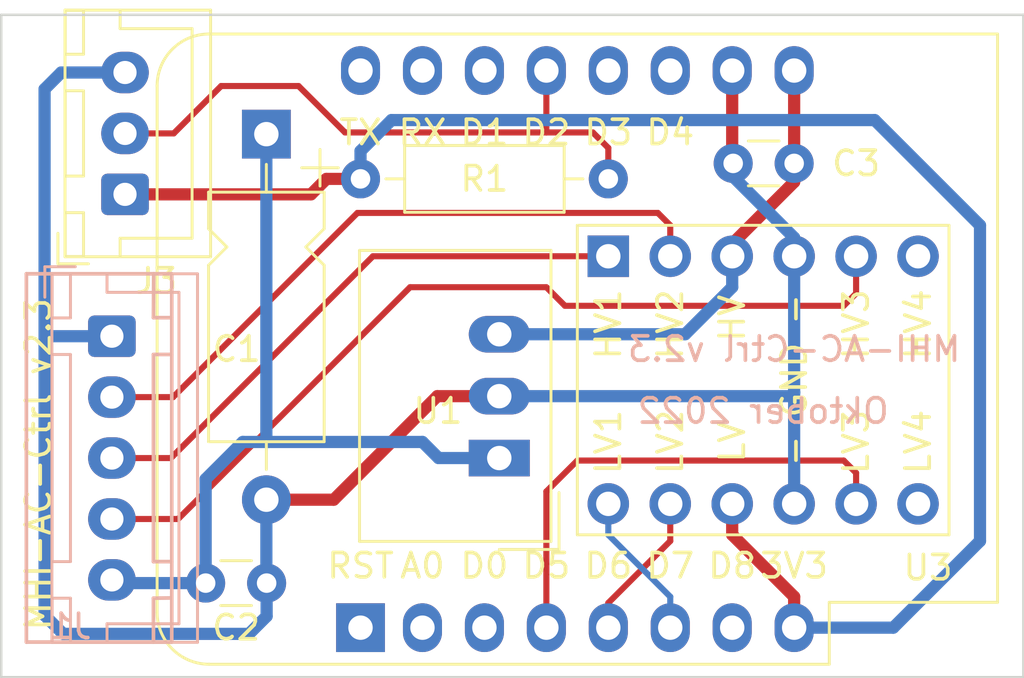
<source format=kicad_pcb>
(kicad_pcb (version 20211014) (generator pcbnew)
  (title_block (title "MHI-AC-Ctrl") (date "2022-10-24") (rev "v2.3"))
  (layers (0 "F.Cu" signal) (31 "B.Cu" signal) (34 "B.Paste" user) (35 "F.Paste" user) (36 "B.SilkS" user "B.Silkscreen") (37 "F.SilkS" user "F.Silkscreen") (38 "B.Mask" user) (39 "F.Mask" user) (44 "Edge.Cuts" user))
  (net 0 "")
  (net 1 "+12V")
  (net 2 "GND")
  (net 3 "+5V")
  (net 4 "MISO_5V")
  (net 5 "MOSI_5V")
  (net 6 "CLK_5V")
  (net 7 "+3V3")
  (net 8 "DS18x20")
  (net 12 "MOSI_3V3")
  (net 13 "MISO_3V3")
  (net 14 "CLK_3V3")
  (footprint "Converter_DCDC:Converter_DCDC_TRACO_TSR-1_THT" (layer "F.Cu") (at 99.6696 55.2704 90)
    (fp_text reference "U1" (at 1.9304 -2.5146 180) (layer "F.SilkS"))
    (fp_text value "TSR_1-2450" hide)
    (fp_line (start -3.42 -5.73) (end 8.52 -5.73) (layer "F.SilkS") (width 0.12))
    (fp_line (start -3.75 0) (end -3.75 2.45) (layer "F.SilkS") (width 0.12))
    (fp_line (start -3.75 2.45) (end -1.42 2.45) (layer "F.SilkS") (width 0.12))
    (fp_line (start 8.52 2.12) (end -3.42 2.12) (layer "F.SilkS") (width 0.12))
    (fp_line (start 8.52 -5.73) (end 8.52 2.12) (layer "F.SilkS") (width 0.12))
    (fp_line (start -3.42 2.12) (end -3.42 -5.73) (layer "F.SilkS") (width 0.12))
    (pad "1" thru_hole rect (at 0 0 90) (size 1.5 2.5) (drill 1) (layers *.Cu *.Mask) (net 1 "+12V"))
    (pad "2" thru_hole oval (at 2.54 0 90) (size 1.5 2.5) (drill 1) (layers *.Cu *.Mask) (net 2 "GND"))
    (pad "3" thru_hole oval (at 5.08 0 90) (size 1.5 2.5) (drill 1) (layers *.Cu *.Mask) (net 3 "+5V"))
  )
  (footprint "Package_SO:SOIC-14_3.9x8.7mm_P1.27mm" (layer "F.Cu") (at 110.49 52.07 90)
    (fp_text reference "U3" (at -7.7 6.76 180) (layer "F.SilkS"))
    (fp_text value "LEVEL-SHIFTER-4CH")
    (fp_text user "LV1" (at -2.54 -6.35 90 unlocked) (layer "F.SilkS"))
    (fp_text user "LV" (at -2.54 -1.27 90 unlocked) (layer "F.SilkS"))
    (fp_text user "LV4" (at -2.54 6.35 90 unlocked) (layer "F.SilkS"))
    (fp_text user "LV3" (at -2.54 3.81 90 unlocked) (layer "F.SilkS"))
    (fp_text user "HV2" (at 2.286 -3.81 90 unlocked) (layer "F.SilkS"))
    (fp_text user "- GND -" (at 0 1.27 90 unlocked) (layer "F.SilkS"))
    (fp_text user "HV3" (at 2.286 3.81 90 unlocked) (layer "F.SilkS"))
    (fp_text user "HV4" (at 2.286 6.35 90 unlocked) (layer "F.SilkS"))
    (fp_text user "HV1" (at 2.286 -6.35 90 unlocked) (layer "F.SilkS"))
    (fp_text user "LV2" (at -2.54 -3.81 90 unlocked) (layer "F.SilkS"))
    (fp_text user "HV" (at 2.54 -1.27 90 unlocked) (layer "F.SilkS"))
    (fp_line (start -6.35 7.62) (end 6.35 7.62) (layer "F.SilkS") (width 0.12))
    (fp_line (start -6.35 -7.62) (end -6.35 7.62) (layer "F.SilkS") (width 0.12))
    (fp_line (start -6.35 -7.62) (end 6.35 -7.62) (layer "F.SilkS") (width 0.12))
    (fp_line (start 6.35 -7.62) (end 6.35 7.62) (layer "F.SilkS") (width 0.12))
    (pad "1" thru_hole rect (at 5.08 -6.35 90) (size 1.7 1.7) (drill 1) (layers *.Cu *.Mask) (net 5 "MOSI_5V"))
    (pad "2" thru_hole oval (at 5.08 -3.81 90) (size 1.7 1.7) (drill 1) (layers *.Cu *.Mask) (net 4 "MISO_5V"))
    (pad "3" thru_hole oval (at 5.08 -1.27 90) (size 1.7 1.7) (drill 1) (layers *.Cu *.Mask) (net 3 "+5V"))
    (pad "4" thru_hole oval (at 5.08 1.27 90) (size 1.7 1.7) (drill 1) (layers *.Cu *.Mask) (net 2 "GND"))
    (pad "5" thru_hole oval (at 5.08 3.81 90) (size 1.7 1.7) (drill 1) (layers *.Cu *.Mask) (net 6 "CLK_5V"))
    (pad "6" thru_hole oval (at 5.08 6.35 90) (size 1.7 1.7) (drill 1) (layers *.Cu *.Mask))
    (pad "7" thru_hole circle (at -5.08 -6.35 90) (size 1.7 1.7) (drill 1) (layers *.Cu *.Mask) (net 12 "MOSI_3V3"))
    (pad "8" thru_hole oval (at -5.08 -3.81 90) (size 1.7 1.7) (drill 1) (layers *.Cu *.Mask) (net 13 "MISO_3V3"))
    (pad "9" thru_hole oval (at -5.08 -1.27 90) (size 1.7 1.7) (drill 1) (layers *.Cu *.Mask) (net 7 "+3V3"))
    (pad "10" thru_hole oval (at -5.08 1.27 90) (size 1.7 1.7) (drill 1) (layers *.Cu *.Mask) (net 2 "GND"))
    (pad "11" thru_hole oval (at -5.08 3.81 90) (size 1.7 1.7) (drill 1) (layers *.Cu *.Mask) (net 14 "CLK_3V3"))
    (pad "12" thru_hole oval (at -5.08 6.35 90) (size 1.7 1.7) (drill 1) (layers *.Cu *.Mask))
  )
  (footprint "Connector_JST:JST_XH_B3B-XH-A_1x03_P2.50mm_Vertical" (layer "F.Cu") (at 84.3236 44.45 90)
    (fp_text reference "J3" (at -3.556 1.2744) (layer "F.SilkS"))
    (fp_text value "Conn_01x03")
    (fp_line (start 7.56 3.51) (end 7.56 -2.46) (layer "F.SilkS") (width 0.12))
    (fp_line (start -1.8 2.75) (end 2.5 2.75) (layer "F.SilkS") (width 0.12))
    (fp_line (start 0.75 -2.45) (end 0.75 -1.7) (layer "F.SilkS") (width 0.12))
    (fp_line (start 5.75 -2.45) (end 5.75 -1.7) (layer "F.SilkS") (width 0.12))
    (fp_line (start 4.25 -2.45) (end 0.75 -2.45) (layer "F.SilkS") (width 0.12))
    (fp_line (start 6.8 -0.2) (end 6.8 2.75) (layer "F.SilkS") (width 0.12))
    (fp_line (start 4.25 -1.7) (end 4.25 -2.45) (layer "F.SilkS") (width 0.12))
    (fp_line (start 0.75 -1.7) (end 4.25 -1.7) (layer "F.SilkS") (width 0.12))
    (fp_line (start 6.8 2.75) (end 2.5 2.75) (layer "F.SilkS") (width 0.12))
    (fp_line (start -1.8 -0.2) (end -1.8 2.75) (layer "F.SilkS") (width 0.12))
    (fp_line (start -2.55 -1.7) (end -0.75 -1.7) (layer "F.SilkS") (width 0.12))
    (fp_line (start 7.55 -2.45) (end 5.75 -2.45) (layer "F.SilkS") (width 0.12))
    (fp_line (start 7.56 -2.46) (end -2.56 -2.46) (layer "F.SilkS") (width 0.12))
    (fp_line (start -2.55 -0.2) (end -1.8 -0.2) (layer "F.SilkS") (width 0.12))
    (fp_line (start -0.75 -2.45) (end -2.55 -2.45) (layer "F.SilkS") (width 0.12))
    (fp_line (start -2.56 3.51) (end 7.56 3.51) (layer "F.SilkS") (width 0.12))
    (fp_line (start 7.55 -0.2) (end 6.8 -0.2) (layer "F.SilkS") (width 0.12))
    (fp_line (start -2.56 -2.46) (end -2.56 3.51) (layer "F.SilkS") (width 0.12))
    (fp_line (start 7.55 -1.7) (end 7.55 -2.45) (layer "F.SilkS") (width 0.12))
    (fp_line (start -1.6 -2.75) (end -2.85 -2.75) (layer "F.SilkS") (width 0.12))
    (fp_line (start -2.55 -2.45) (end -2.55 -1.7) (layer "F.SilkS") (width 0.12))
    (fp_line (start 5.75 -1.7) (end 7.55 -1.7) (layer "F.SilkS") (width 0.12))
    (fp_line (start -2.85 -2.75) (end -2.85 -1.5) (layer "F.SilkS") (width 0.12))
    (fp_line (start -0.75 -1.7) (end -0.75 -2.45) (layer "F.SilkS") (width 0.12))
    (pad "1" thru_hole roundrect (at 0 0 90) (size 1.7 1.95) (drill 0.95) (layers *.Cu *.Mask) (roundrect_rratio 0.1470588235) (net 7 "+3V3"))
    (pad "2" thru_hole oval (at 2.5 0 90) (size 1.7 1.95) (drill 0.95) (layers *.Cu *.Mask) (net 8 "DS18x20"))
    (pad "3" thru_hole oval (at 5 0 90) (size 1.7 1.95) (drill 0.95) (layers *.Cu *.Mask) (net 2 "GND"))
  )
  (footprint "Module:WEMOS_D1_mini_light" (layer "F.Cu") (at 93.98 62.23 90)
    (fp_text reference "U2" hide)
    (fp_text value "WeMos_D1_mini")
    (fp_text user "D5" (at 2.54 7.62 unlocked) (layer "F.SilkS"))
    (fp_text user "3V3" (at 2.54 17.78 unlocked) (layer "F.SilkS"))
    (fp_text user "RST" (at 2.54 0 unlocked) (layer "F.SilkS"))
    (fp_text user "D7" (at 2.54 12.7 unlocked) (layer "F.SilkS"))
    (fp_text user "D1" (at 20.32 5.08 unlocked) (layer "F.SilkS"))
    (fp_text user "D0" (at 2.54 5.08 unlocked) (layer "F.SilkS"))
    (fp_text user "TX" (at 20.32 0 unlocked) (layer "F.SilkS"))
    (fp_text user "D3" (at 20.32 10.16 unlocked) (layer "F.SilkS"))
    (fp_text user "D8" (at 2.54 15.24 unlocked) (layer "F.SilkS"))
    (fp_text user "RX" (at 20.32 2.54 unlocked) (layer "F.SilkS"))
    (fp_text user "A0" (at 2.54 2.54 unlocked) (layer "F.SilkS"))
    (fp_text user "D2" (at 20.32 7.62 unlocked) (layer "F.SilkS"))
    (fp_text user "D6" (at 2.54 10.16 unlocked) (layer "F.SilkS"))
    (fp_text user "D4" (at 20.32 12.7 unlocked) (layer "F.SilkS"))
    (fp_line (start 24.36 26.12) (end 24.36 -6.21) (layer "F.SilkS") (width 0.12))
    (fp_line (start 22.24 -8.34) (end 0.63 -8.34) (layer "F.SilkS") (width 0.12))
    (fp_line (start 1.04 26.12) (end 24.36 26.12) (layer "F.SilkS") (width 0.12))
    (fp_line (start -1.5 19.22) (end -1.5 -6.21) (layer "F.SilkS") (width 0.12))
    (fp_line (start 1.04 19.22) (end 1.04 26.12) (layer "F.SilkS") (width 0.12))
    (fp_line (start -1.5 19.22) (end 1.04 19.22) (layer "F.SilkS") (width 0.12))
    (fp_arc (start -1.5 -6.21) (mid -0.876137 -7.716137) (end 0.63 -8.34) (layer "F.SilkS") (width 0.12))
    (fp_arc (start 22.23 -8.34) (mid 23.736137 -7.716137) (end 24.36 -6.21) (layer "F.SilkS") (width 0.12))
    (pad "1" thru_hole rect (at 0 0 90) (size 2 2) (drill 1) (layers *.Cu *.Mask))
    (pad "2" thru_hole oval (at 0 2.54 90) (size 2 1.6) (drill 1) (layers *.Cu *.Mask))
    (pad "3" thru_hole oval (at 0 5.08 90) (size 2 1.6) (drill 1) (layers *.Cu *.Mask))
    (pad "4" thru_hole oval (at 0 7.62 90) (size 2 1.6) (drill 1) (layers *.Cu *.Mask) (net 14 "CLK_3V3"))
    (pad "5" thru_hole oval (at 0 10.16 90) (size 2 1.6) (drill 1) (layers *.Cu *.Mask) (net 13 "MISO_3V3"))
    (pad "6" thru_hole oval (at 0 12.7 90) (size 2 1.6) (drill 1) (layers *.Cu *.Mask) (net 12 "MOSI_3V3"))
    (pad "7" thru_hole oval (at 0 15.24 90) (size 2 1.6) (drill 1) (layers *.Cu *.Mask))
    (pad "8" thru_hole oval (at 0 17.78 90) (size 2 1.6) (drill 1) (layers *.Cu *.Mask) (net 7 "+3V3"))
    (pad "9" thru_hole oval (at 22.86 17.78 90) (size 2 1.6) (drill 1) (layers *.Cu *.Mask) (net 3 "+5V"))
    (pad "10" thru_hole oval (at 22.86 15.24 90) (size 2 1.6) (drill 1) (layers *.Cu *.Mask) (net 2 "GND"))
    (pad "11" thru_hole oval (at 22.86 12.7 90) (size 2 1.6) (drill 1) (layers *.Cu *.Mask))
    (pad "12" thru_hole oval (at 22.86 10.16 90) (size 2 1.6) (drill 1) (layers *.Cu *.Mask))
    (pad "13" thru_hole oval (at 22.86 7.62 90) (size 2 1.6) (drill 1) (layers *.Cu *.Mask) (net 8 "DS18x20"))
    (pad "14" thru_hole oval (at 22.86 5.08 90) (size 2 1.6) (drill 1) (layers *.Cu *.Mask))
    (pad "15" thru_hole oval (at 22.86 2.54 90) (size 2 1.6) (drill 1) (layers *.Cu *.Mask))
    (pad "16" thru_hole oval (at 22.86 0 90) (size 2 1.6) (drill 1) (layers *.Cu *.Mask))
  )
  (footprint "Capacitor_THT:C_Disc_D3.0mm_W1.6mm_P2.50mm" (layer "F.Cu") (at 111.76 43.18 180)
    (fp_text reference "C3" (at -2.54 0) (layer "F.SilkS"))
    (fp_text value "100nF" hide)
    (fp_line (start 0.621 -0.92) (end 1.879 -0.92) (layer "F.SilkS") (width 0.12))
    (fp_line (start 0.621 0.92) (end 1.879 0.92) (layer "F.SilkS") (width 0.12))
    (pad "1" thru_hole circle (at 0 0 180) (size 1.6 1.6) (drill 0.8) (layers *.Cu *.Mask) (net 3 "+5V"))
    (pad "2" thru_hole circle (at 2.5 0 180) (size 1.6 1.6) (drill 0.8) (layers *.Cu *.Mask) (net 2 "GND"))
  )
  (footprint "Resistor_THT:R_Axial_DIN0207_L6.3mm_D2.5mm_P10.16mm_Horizontal" (layer "F.Cu") (at 93.98 43.815)
    (fp_text reference "R1" (at 5.08 0) (layer "F.SilkS"))
    (fp_text value "4k7")
    (fp_line (start 1.81 -1.37) (end 1.81 1.37) (layer "F.SilkS") (width 0.12))
    (fp_line (start 8.35 -1.37) (end 1.81 -1.37) (layer "F.SilkS") (width 0.12))
    (fp_line (start 1.81 1.37) (end 8.35 1.37) (layer "F.SilkS") (width 0.12))
    (fp_line (start 9.12 0) (end 8.35 0) (layer "F.SilkS") (width 0.12))
    (fp_line (start 1.04 0) (end 1.81 0) (layer "F.SilkS") (width 0.12))
    (fp_line (start 8.35 1.37) (end 8.35 -1.37) (layer "F.SilkS") (width 0.12))
    (pad "1" thru_hole circle (at 0 0) (size 1.6 1.6) (drill 0.8) (layers *.Cu *.Mask) (net 7 "+3V3"))
    (pad "2" thru_hole oval (at 10.16 0) (size 1.6 1.6) (drill 0.8) (layers *.Cu *.Mask) (net 8 "DS18x20"))
  )
  (footprint "Capacitor_THT:CP_Axial_L10.0mm_D4.5mm_P15.00mm_Horizontal" (layer "F.Cu") (at 90.1192 41.9792 -90)
    (fp_text reference "C1" (at 8.8208 1.2192) (layer "F.SilkS"))
    (fp_text value "22μF/25V")
    (fp_line (start 1.38 -2.95) (end 1.38 -1.45) (layer "F.SilkS") (width 0.12))
    (fp_line (start 13.76 0) (end 12.62 0) (layer "F.SilkS") (width 0.12))
    (fp_line (start 3.88 2.37) (end 4.63 1.62) (layer "F.SilkS") (width 0.12))
    (fp_line (start 0.63 -2.2) (end 2.13 -2.2) (layer "F.SilkS") (width 0.12))
    (fp_line (start 12.62 -2.37) (end 12.62 2.37) (layer "F.SilkS") (width 0.12))
    (fp_line (start 4.63 -1.62) (end 5.38 -2.37) (layer "F.SilkS") (width 0.12))
    (fp_line (start 5.38 2.37) (end 12.62 2.37) (layer "F.SilkS") (width 0.12))
    (fp_line (start 3.88 -2.37) (end 4.63 -1.62) (layer "F.SilkS") (width 0.12))
    (fp_line (start 4.63 1.62) (end 5.38 2.37) (layer "F.SilkS") (width 0.12))
    (fp_line (start 5.38 -2.37) (end 12.62 -2.37) (layer "F.SilkS") (width 0.12))
    (fp_line (start 2.38 -2.37) (end 2.38 2.37) (layer "F.SilkS") (width 0.12))
    (fp_line (start 1.24 0) (end 2.38 0) (layer "F.SilkS") (width 0.12))
    (fp_line (start 2.38 2.37) (end 3.88 2.37) (layer "F.SilkS") (width 0.12))
    (fp_line (start 2.38 -2.37) (end 3.88 -2.37) (layer "F.SilkS") (width 0.12))
    (pad "1" thru_hole rect (at 0 0 270) (size 2 2) (drill 1) (layers *.Cu *.Mask) (net 1 "+12V"))
    (pad "2" thru_hole oval (at 15 0 270) (size 2 2) (drill 1) (layers *.Cu *.Mask) (net 2 "GND"))
  )
  (footprint "Capacitor_THT:C_Disc_D3.0mm_W1.6mm_P2.50mm" (layer "F.Cu") (at 87.63 60.4012)
    (fp_text reference "C2" (at 1.25 1.8288) (layer "F.SilkS"))
    (fp_text value "100nF" hide)
    (fp_line (start 0.621 -0.92) (end 1.879 -0.92) (layer "F.SilkS") (width 0.12))
    (fp_line (start 0.621 0.92) (end 1.879 0.92) (layer "F.SilkS") (width 0.12))
    (pad "1" thru_hole circle (at 0 0) (size 1.6 1.6) (drill 0.8) (layers *.Cu *.Mask) (net 1 "+12V"))
    (pad "2" thru_hole circle (at 2.5 0) (size 1.6 1.6) (drill 0.8) (layers *.Cu *.Mask) (net 2 "GND"))
  )
  (footprint "Connector_JST:JST_XH_B5B-XH-A_1x05_P2.50mm_Vertical" (layer "B.Cu") (at 83.7862 50.2704 -90)
    (fp_text reference "J1" (at 11.9088 1.7) (layer "B.SilkS") (effects (justify mirror)))
    (fp_text value "Conn_01x05")
    (fp_line (start -2.55 1.7) (end -0.75 1.7) (layer "B.SilkS") (width 0.12))
    (fp_line (start 12.55 2.45) (end 10.75 2.45) (layer "B.SilkS") (width 0.12))
    (fp_line (start -2.56 2.46) (end -2.56 -3.51) (layer "B.SilkS") (width 0.12))
    (fp_line (start -2.85 2.75) (end -2.85 1.5) (layer "B.SilkS") (width 0.12))
    (fp_line (start -1.8 -2.75) (end 5 -2.75) (layer "B.SilkS") (width 0.12))
    (fp_line (start 10.75 1.7) (end 12.55 1.7) (layer "B.SilkS") (width 0.12))
    (fp_line (start 0.75 1.7) (end 9.25 1.7) (layer "B.SilkS") (width 0.12))
    (fp_line (start 11.8 0.2) (end 11.8 -2.75) (layer "B.SilkS") (width 0.12))
    (fp_line (start -1.6 2.75) (end -2.85 2.75) (layer "B.SilkS") (width 0.12))
    (fp_line (start -0.75 2.45) (end -2.55 2.45) (layer "B.SilkS") (width 0.12))
    (fp_line (start -2.55 0.2) (end -1.8 0.2) (layer "B.SilkS") (width 0.12))
    (fp_line (start -2.56 -3.51) (end 12.56 -3.51) (layer "B.SilkS") (width 0.12))
    (fp_line (start 12.56 2.46) (end -2.56 2.46) (layer "B.SilkS") (width 0.12))
    (fp_line (start -0.75 1.7) (end -0.75 2.45) (layer "B.SilkS") (width 0.12))
    (fp_line (start 10.75 2.45) (end 10.75 1.7) (layer "B.SilkS") (width 0.12))
    (fp_line (start 11.8 -2.75) (end 5 -2.75) (layer "B.SilkS") (width 0.12))
    (fp_line (start 9.25 2.45) (end 0.75 2.45) (layer "B.SilkS") (width 0.12))
    (fp_line (start 12.55 0.2) (end 11.8 0.2) (layer "B.SilkS") (width 0.12))
    (fp_line (start -2.55 2.45) (end -2.55 1.7) (layer "B.SilkS") (width 0.12))
    (fp_line (start 0.75 2.45) (end 0.75 1.7) (layer "B.SilkS") (width 0.12))
    (fp_line (start -1.8 0.2) (end -1.8 -2.75) (layer "B.SilkS") (width 0.12))
    (fp_line (start 12.56 -3.51) (end 12.56 2.46) (layer "B.SilkS") (width 0.12))
    (fp_line (start 12.55 1.7) (end 12.55 2.45) (layer "B.SilkS") (width 0.12))
    (fp_line (start 9.25 1.7) (end 9.25 2.45) (layer "B.SilkS") (width 0.12))
    (pad "1" thru_hole roundrect (at 0 0 270) (size 1.7 1.95) (drill 0.95) (layers *.Cu *.Mask) (roundrect_rratio 0.1470588235) (net 2 "GND"))
    (pad "2" thru_hole oval (at 2.5 0 270) (size 1.7 1.95) (drill 0.95) (layers *.Cu *.Mask) (net 4 "MISO_5V"))
    (pad "3" thru_hole oval (at 5 0 270) (size 1.7 1.95) (drill 0.95) (layers *.Cu *.Mask) (net 5 "MOSI_5V"))
    (pad "4" thru_hole oval (at 7.5 0 270) (size 1.7 1.95) (drill 0.95) (layers *.Cu *.Mask) (net 6 "CLK_5V"))
    (pad "5" thru_hole oval (at 10 0 270) (size 1.7 1.95) (drill 0.95) (layers *.Cu *.Mask) (net 1 "+12V"))
  )
  (gr_line (start 80.28 47.71) (end 86.24 47.71) (layer "B.SilkS") (width 0.15))
  (gr_line (start 80.28 62.82) (end 80.28 47.71) (layer "B.SilkS") (width 0.15))
  (gr_line (start 85.49 61.02) (end 86.23 61.01) (layer "B.SilkS") (width 0.15))
  (gr_line (start 86.24 62.82) (end 80.28 62.82) (layer "B.SilkS") (width 0.15))
  (gr_line (start 85.49 51.02) (end 85.49 59.52) (layer "B.SilkS") (width 0.15))
  (gr_line (start 86.24 47.71) (end 86.24 62.82) (layer "B.SilkS") (width 0.15))
  (gr_line (start 85.49 51.02) (end 86.24 51.02) (layer "B.SilkS") (width 0.15))
  (gr_line (start 85.49 59.52) (end 86.24 59.52) (layer "B.SilkS") (width 0.15))
  (gr_line (start 85.49 61.02) (end 85.49 62.82) (layer "B.SilkS") (width 0.15))
  (gr_line (start 85.49 49.51) (end 86.24 49.51) (layer "B.SilkS") (width 0.15))
  (gr_line (start 85.49 49.51) (end 85.5 47.71) (layer "B.SilkS") (width 0.15))
  (gr_line (start 121.158 64.262) (end 79.248 64.262) (layer "Edge.Cuts") (width 0.1))
  (gr_line (start 79.248 37.084) (end 121.158 37.084) (layer "Edge.Cuts") (width 0.1))
  (gr_line (start 79.248 64.262) (end 79.248 37.084) (layer "Edge.Cuts") (width 0.1))
  (gr_line (start 121.158 37.084) (end 121.158 64.262) (layer "Edge.Cuts") (width 0.1))
  (gr_text "MHI-AC-Ctrl v2.3" (at 111.76 50.8) (layer "B.SilkS") (effects (font (size 1 1)) (justify mirror)))
  (gr_text "Oktober 2022" (at 110.49 53.34) (layer "B.SilkS") (effects (font (size 1 1)) (justify mirror)))
  (gr_text "MHI-AC-Ctrl v2.3" (at 80.772 55.5244 90) (layer "F.SilkS") (effects (font (size 1 1))))
  (segment (start 87.63 60.4012) (end 83.917 60.4012) (width 0.5) (layer "B.Cu") (net 1))
  (segment (start 99.6696 55.2704) (end 97.1804 55.2704) (width 0.5) (layer "B.Cu") (net 1))
  (segment (start 90.1192 54.5592) (end 90.17 54.61) (width 0.5) (layer "B.Cu") (net 1))
  (segment (start 96.52 54.61) (end 90.17 54.61) (width 0.5) (layer "B.Cu") (net 1))
  (segment (start 90.1192 41.9792) (end 90.1192 54.5592) (width 0.5) (layer "B.Cu") (net 1))
  (segment (start 89.154 54.61) (end 87.63 56.134) (width 0.5) (layer "B.Cu") (net 1))
  (segment (start 83.917 60.4012) (end 83.7862 60.2704) (width 0.5) (layer "B.Cu") (net 1))
  (segment (start 97.1804 55.2704) (end 96.52 54.61) (width 0.5) (layer "B.Cu") (net 1))
  (segment (start 90.17 54.61) (end 89.154 54.61) (width 0.5) (layer "B.Cu") (net 1))
  (segment (start 87.63 56.134) (end 87.63 60.4012) (width 0.5) (layer "B.Cu") (net 1))
  (segment (start 109.22 39.37) (end 109.22 43.14) (width 0.5) (layer "F.Cu") (net 2))
  (segment (start 90.1192 56.9792) (end 92.8808 56.9792) (width 0.5) (layer "F.Cu") (net 2))
  (segment (start 92.8808 56.9792) (end 97.1296 52.7304) (width 0.5) (layer "F.Cu") (net 2))
  (segment (start 109.22 43.14) (end 109.26 43.18) (width 0.5) (layer "F.Cu") (net 2))
  (segment (start 97.1296 52.7304) (end 99.6696 52.7304) (width 0.5) (layer "F.Cu") (net 2))
  (segment (start 111.76 46.99) (end 111.76 46.228) (width 0.5) (layer "B.Cu") (net 2))
  (segment (start 99.6696 52.7304) (end 111.6076 52.7304) (width 0.5) (layer "B.Cu") (net 2))
  (segment (start 111.6076 52.7304) (end 111.76 52.578) (width 0.5) (layer "B.Cu") (net 2))
  (segment (start 83.7862 50.2704) (end 81.0476 50.2704) (width 0.5) (layer "B.Cu") (net 2))
  (segment (start 111.76 46.228) (end 109.26 43.728) (width 0.5) (layer "B.Cu") (net 2))
  (segment (start 109.26 43.728) (end 109.26 43.18) (width 0.5) (layer "B.Cu") (net 2))
  (segment (start 81.026 40.132) (end 81.026 50.292) (width 0.5) (layer "B.Cu") (net 2))
  (segment (start 90.13 61.762) (end 90.13 60.4012) (width 0.5) (layer "B.Cu") (net 2))
  (segment (start 81.708 39.45) (end 81.026 40.132) (width 0.5) (layer "B.Cu") (net 2))
  (segment (start 81.788 62.484) (end 89.408 62.484) (width 0.5) (layer "B.Cu") (net 2))
  (segment (start 81.026 50.292) (end 81.026 61.722) (width 0.5) (layer "B.Cu") (net 2))
  (segment (start 81.0476 50.2704) (end 81.026 50.292) (width 0.5) (layer "B.Cu") (net 2))
  (segment (start 111.76 46.99) (end 111.76 52.578) (width 0.5) (layer "B.Cu") (net 2))
  (segment (start 89.408 62.484) (end 90.13 61.762) (width 0.5) (layer "B.Cu") (net 2))
  (segment (start 90.1192 56.9792) (end 90.1192 60.3904) (width 0.5) (layer "B.Cu") (net 2))
  (segment (start 111.76 52.578) (end 111.76 57.15) (width 0.5) (layer "B.Cu") (net 2))
  (segment (start 90.1192 60.3904) (end 90.13 60.4012) (width 0.5) (layer "B.Cu") (net 2))
  (segment (start 84.3236 39.45) (end 81.708 39.45) (width 0.5) (layer "B.Cu") (net 2))
  (segment (start 81.026 61.722) (end 81.788 62.484) (width 0.5) (layer "B.Cu") (net 2))
  (segment (start 109.22 46.482) (end 109.22 46.99) (width 0.5) (layer "F.Cu") (net 3))
  (segment (start 111.76 43.942) (end 109.22 46.482) (width 0.5) (layer "F.Cu") (net 3))
  (segment (start 111.76 43.18) (end 111.76 43.942) (width 0.5) (layer "F.Cu") (net 3))
  (segment (start 111.76 39.37) (end 111.76 43.18) (width 0.5) (layer "F.Cu") (net 3))
  (segment (start 109.22 48.26) (end 109.22 46.99) (width 0.5) (layer "B.Cu") (net 3))
  (segment (start 99.6696 50.1904) (end 107.2896 50.1904) (width 0.5) (layer "B.Cu") (net 3))
  (segment (start 107.2896 50.1904) (end 109.22 48.26) (width 0.5) (layer "B.Cu") (net 3))
  (segment (start 93.853 45.212) (end 106.172 45.212) (width 0.25) (layer "F.Cu") (net 4))
  (segment (start 106.172 45.212) (end 106.68 45.72) (width 0.25) (layer "F.Cu") (net 4))
  (segment (start 86.2946 52.7704) (end 93.853 45.212) (width 0.25) (layer "F.Cu") (net 4))
  (segment (start 106.68 45.72) (end 106.68 46.99) (width 0.25) (layer "F.Cu") (net 4))
  (segment (start 83.7862 52.7704) (end 86.2946 52.7704) (width 0.25) (layer "F.Cu") (net 4))
  (segment (start 83.7862 55.2704) (end 86.2076 55.2704) (width 0.25) (layer "F.Cu") (net 5))
  (segment (start 94.488 46.99) (end 104.14 46.99) (width 0.25) (layer "F.Cu") (net 5))
  (segment (start 86.2076 55.2704) (end 94.488 46.99) (width 0.25) (layer "F.Cu") (net 5))
  (segment (start 86.5016 57.7704) (end 96.012 48.26) (width 0.25) (layer "F.Cu") (net 6))
  (segment (start 102.362 49.022) (end 113.792 49.022) (width 0.25) (layer "F.Cu") (net 6))
  (segment (start 101.6 48.26) (end 102.362 49.022) (width 0.25) (layer "F.Cu") (net 6))
  (segment (start 113.792 49.022) (end 114.3 48.514) (width 0.25) (layer "F.Cu") (net 6))
  (segment (start 114.3 48.514) (end 114.3 46.99) (width 0.25) (layer "F.Cu") (net 6))
  (segment (start 83.7862 57.7704) (end 86.5016 57.7704) (width 0.25) (layer "F.Cu") (net 6))
  (segment (start 96.012 48.26) (end 101.6 48.26) (width 0.25) (layer "F.Cu") (net 6))
  (segment (start 109.22 58.42) (end 111.76 60.96) (width 0.5) (layer "F.Cu") (net 7))
  (segment (start 92.583 43.815) (end 93.98 43.815) (width 0.5) (layer "F.Cu") (net 7))
  (segment (start 109.22 57.15) (end 109.22 58.42) (width 0.5) (layer "F.Cu") (net 7))
  (segment (start 84.3236 44.45) (end 91.948 44.45) (width 0.5) (layer "F.Cu") (net 7))
  (segment (start 91.948 44.45) (end 92.583 43.815) (width 0.5) (layer "F.Cu") (net 7))
  (segment (start 111.76 60.96) (end 111.76 62.23) (width 0.5) (layer "F.Cu") (net 7))
  (segment (start 93.98 43.815) (end 93.98 42.672) (width 0.5) (layer "B.Cu") (net 7))
  (segment (start 95.25 41.402) (end 115.062 41.402) (width 0.5) (layer "B.Cu") (net 7))
  (segment (start 119.38 58.674) (end 115.824 62.23) (width 0.5) (layer "B.Cu") (net 7))
  (segment (start 115.062 41.402) (end 119.38 45.72) (width 0.5) (layer "B.Cu") (net 7))
  (segment (start 93.98 42.672) (end 95.25 41.402) (width 0.5) (layer "B.Cu") (net 7))
  (segment (start 115.824 62.23) (end 111.76 62.23) (width 0.5) (layer "B.Cu") (net 7))
  (segment (start 119.38 45.72) (end 119.38 58.674) (width 0.5) (layer "B.Cu") (net 7))
  (segment (start 101.6 41.91) (end 101.6 39.37) (width 0.25) (layer "F.Cu") (net 8))
  (segment (start 91.44 40.005) (end 93.345 41.91) (width 0.25) (layer "F.Cu") (net 8))
  (segment (start 84.3236 41.95) (end 86.32 41.95) (width 0.25) (layer "F.Cu") (net 8))
  (segment (start 93.345 41.91) (end 101.6 41.91) (width 0.25) (layer "F.Cu") (net 8))
  (segment (start 104.14 42.545) (end 103.505 41.91) (width 0.25) (layer "F.Cu") (net 8))
  (segment (start 88.265 40.005) (end 91.44 40.005) (width 0.25) (layer "F.Cu") (net 8))
  (segment (start 86.32 41.95) (end 88.265 40.005) (width 0.25) (layer "F.Cu") (net 8))
  (segment (start 103.505 41.91) (end 101.6 41.91) (width 0.25) (layer "F.Cu") (net 8))
  (segment (start 104.14 43.815) (end 104.14 42.545) (width 0.25) (layer "F.Cu") (net 8))
  (segment (start 104.14 58.42) (end 104.14 57.15) (width 0.25) (layer "B.Cu") (net 12))
  (segment (start 106.68 60.96) (end 104.14 58.42) (width 0.25) (layer "B.Cu") (net 12))
  (segment (start 106.68 62.23) (end 106.68 60.96) (width 0.25) (layer "B.Cu") (net 12))
  (segment (start 104.14 61.214) (end 106.68 58.674) (width 0.25) (layer "F.Cu") (net 13))
  (segment (start 104.14 62.23) (end 104.14 61.214) (width 0.25) (layer "F.Cu") (net 13))
  (segment (start 106.68 58.674) (end 106.68 57.15) (width 0.25) (layer "F.Cu") (net 13))
  (segment (start 114.3 55.88) (end 114.3 57.15) (width 0.25) (layer "F.Cu") (net 14))
  (segment (start 102.87 55.372) (end 113.792 55.372) (width 0.25) (layer "F.Cu") (net 14))
  (segment (start 113.792 55.372) (end 114.3 55.88) (width 0.25) (layer "F.Cu") (net 14))
  (segment (start 101.6 56.642) (end 102.87 55.372) (width 0.25) (layer "F.Cu") (net 14))
  (segment (start 101.6 62.23) (end 101.6 56.642) (width 0.25) (layer "F.Cu") (net 14))
)
</source>
